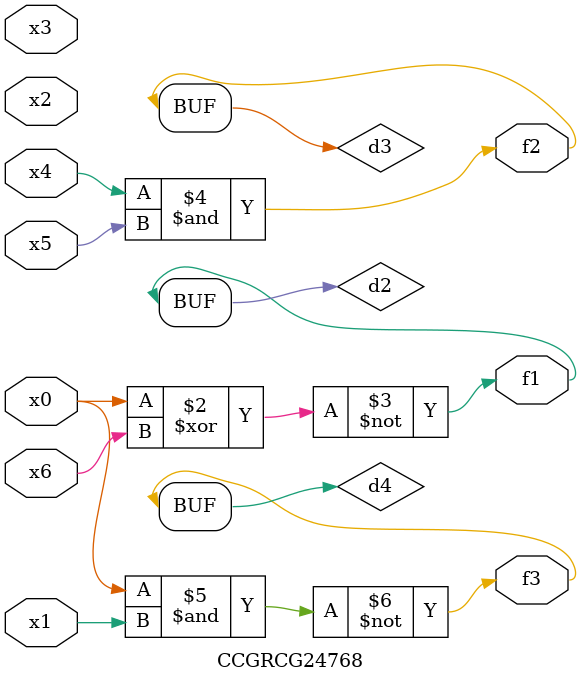
<source format=v>
module CCGRCG24768(
	input x0, x1, x2, x3, x4, x5, x6,
	output f1, f2, f3
);

	wire d1, d2, d3, d4;

	nor (d1, x0);
	xnor (d2, x0, x6);
	and (d3, x4, x5);
	nand (d4, x0, x1);
	assign f1 = d2;
	assign f2 = d3;
	assign f3 = d4;
endmodule

</source>
